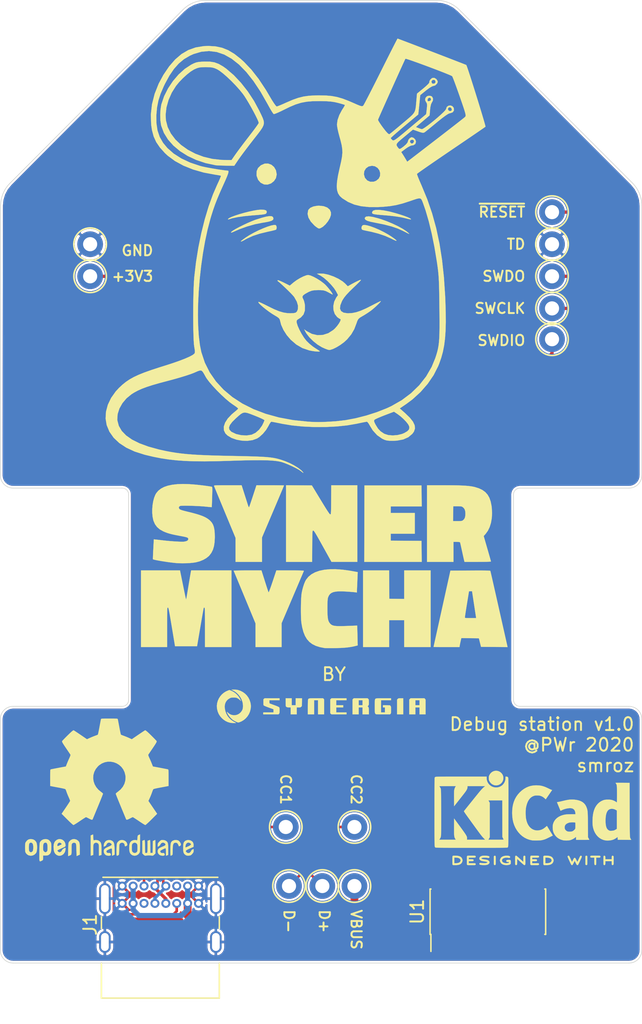
<source format=kicad_pcb>
(kicad_pcb (version 20171130) (host pcbnew 5.1.7-a382d34a8~87~ubuntu18.04.1)
  (layers (0 F.Cu signal) (31 B.Cu signal) (34 B.Paste user) (35 F.Paste user) (36 B.SilkS user) (37 F.SilkS user) (38 B.Mask user) (39 F.Mask user) (44 Edge.Cuts user))
  (net 0 "")
  (net 1 GND)
  (net 2 +3V3)
  (net 3 /D+)
  (net 4 /VBUS)
  (net 5 /CC2)
  (net 6 "Net-(J1-PadB8)")
  (net 7 /D-)
  (net 8 "Net-(J1-PadA8)")
  (net 9 /CC1)
  (net 10 /SWDCLK)
  (net 11 /SWDIO)
  (net 12 /SWDO)
  (net 13 /~RESET)
  (net 14 "Net-(U1-Pad10)")
  (net 15 "Net-(U1-Pad7)")
  (module footprints:TestPoint_Loop_D1.80mm_Drill1.0mm_Beaded (layer F.Cu) (at 34.5 192)
    (fp_text reference TP12 hide)
    (fp_text value TestPoint)
    (pad 1 thru_hole circle (at 0 0) (size 2 2) (drill 1.1) (layers *.Cu *.Mask) (net 7 /D-))
  )
  (module footprints:TestPoint_Loop_D1.80mm_Drill1.0mm_Beaded (layer F.Cu) (at 37.1 192)
    (fp_text reference TP11 hide)
    (fp_text value TestPoint)
    (pad 1 thru_hole circle (at 0 0) (size 2 2) (drill 1.1) (layers *.Cu *.Mask) (net 3 /D+))
  )
  (module footprints:TestPoint_Loop_D1.80mm_Drill1.0mm_Beaded (layer F.Cu) (at 55 139.5)
    (fp_text reference TP10 hide)
    (fp_text value TestPoint)
    (pad 1 thru_hole circle (at 0 0) (size 2 2) (drill 1.1) (layers *.Cu *.Mask) (net 13 /~RESET))
  )
  (module footprints:TestPoint_Loop_D1.80mm_Drill1.0mm_Beaded (layer F.Cu) (at 39.6 187.4)
    (fp_text reference TP9 hide)
    (fp_text value TestPoint)
    (pad 1 thru_hole circle (at 0 0) (size 2 2) (drill 1.1) (layers *.Cu *.Mask) (net 5 /CC2))
  )
  (module footprints:TestPoint_Loop_D1.80mm_Drill1.0mm_Beaded (layer F.Cu) (at 34.25 187.4)
    (fp_text reference TP8 hide)
    (fp_text value TestPoint)
    (pad 1 thru_hole circle (at 0 0) (size 2 2) (drill 1.1) (layers *.Cu *.Mask) (net 9 /CC1))
  )
  (module footprints:TestPoint_Loop_D1.80mm_Drill1.0mm_Beaded (layer F.Cu) (at 39.6 192)
    (fp_text reference TP7 hide)
    (fp_text value TestPoint)
    (pad 1 thru_hole circle (at 0 0) (size 2 2) (drill 1.1) (layers *.Cu *.Mask) (net 4 /VBUS))
  )
  (module footprints:TestPoint_Loop_D1.80mm_Drill1.0mm_Beaded (layer F.Cu) (at 19 142)
    (fp_text reference TP6 hide)
    (fp_text value TestPoint)
    (pad 1 thru_hole circle (at 0 0) (size 2 2) (drill 1.1) (layers *.Cu *.Mask) (net 1 GND))
  )
  (module footprints:TestPoint_Loop_D1.80mm_Drill1.0mm_Beaded (layer F.Cu) (at 19 144.5 270)
    (fp_text reference TP5 hide)
    (fp_text value TestPoint)
    (pad 1 thru_hole circle (at 0 0 270) (size 2 2) (drill 1.1) (layers *.Cu *.Mask) (net 2 +3V3))
  )
  (module footprints:TestPoint_Loop_D1.80mm_Drill1.0mm_Beaded (layer F.Cu) (at 55 142 270)
    (fp_text reference TP4 hide)
    (fp_text value TestPoint)
    (pad 1 thru_hole circle (at 0 0 270) (size 2 2) (drill 1.1) (layers *.Cu *.Mask) (net 1 GND))
  )
  (module footprints:TestPoint_Loop_D1.80mm_Drill1.0mm_Beaded (layer F.Cu) (at 55 144.5 270)
    (fp_text reference TP3 hide)
    (fp_text value TestPoint)
    (pad 1 thru_hole circle (at 0 0 270) (size 2 2) (drill 1.1) (layers *.Cu *.Mask) (net 12 /SWDO))
  )
  (module footprints:TestPoint_Loop_D1.80mm_Drill1.0mm_Beaded (layer F.Cu) (at 55 149.4 270)
    (fp_text reference TP2 hide)
    (fp_text value TestPoint)
    (pad 1 thru_hole circle (at 0 0 270) (size 2 2) (drill 1.1) (layers *.Cu *.Mask) (net 11 /SWDIO))
  )
  (module footprints:TestPoint_Loop_D1.80mm_Drill1.0mm_Beaded (layer F.Cu) (at 55 147 270)
    (fp_text reference TP1 hide)
    (fp_text value TestPoint)
    (pad 1 thru_hole circle (at 0 0 270) (size 2 2) (drill 1.1) (layers *.Cu *.Mask) (net 10 /SWDCLK))
  )
  (module Symbol:KiCad-Logo2_6mm_SilkScreen (layer F.Cu) (at 53.5 186)
    (fp_text reference REF** hide)
    (fp_text value KiCad-Logo2_6mm_SilkScreen hide)
  )
  (module Symbol:OSHW-Logo2_14.6x12mm_SilkScreen (layer F.Cu) (at 20.5 184.5)
    (fp_text reference REF** hide)
    (fp_text value OSHW-Logo2_14.6x12mm_SilkScreen hide)
  )
  (module graphics:SynerMycha_napis_silk_screen_45.1x17mm (layer F.Cu) (at 29 167)
    (fp_text reference G*** hide)
    (fp_text value LOGO hide)
  )
  (module graphics:SynerMycha_Synergia_silk_screen_29.7x34.0 (layer F.Cu) (at 35 143)
    (fp_text reference G*** hide)
    (fp_text value LOGO hide)
  )
  (module Connector_PinHeader_1.27mm:PinHeader_2x07_P1.27mm_Vertical_SMD (layer F.Cu) (at 50 194 90)
    (fp_text reference U1 (at 0 -5.505 90) (layer F.SilkS))
    (fp_text value STM14_SW)
    (pad 14 smd rect (at 1.95 3.81 90) (size 2.4 0.74) (layers F.Cu F.Paste F.Mask))
    (pad 13 smd rect (at -1.95 3.81 90) (size 2.4 0.74) (layers F.Cu F.Paste F.Mask))
    (pad 12 smd rect (at 1.95 2.54 90) (size 2.4 0.74) (layers F.Cu F.Paste F.Mask) (net 13 /~RESET))
    (pad 11 smd rect (at -1.95 2.54 90) (size 2.4 0.74) (layers F.Cu F.Paste F.Mask) (net 1 GND))
    (pad 10 smd rect (at 1.95 1.27 90) (size 2.4 0.74) (layers F.Cu F.Paste F.Mask) (net 14 "Net-(U1-Pad10)"))
    (pad 9 smd rect (at -1.95 1.27 90) (size 2.4 0.74) (layers F.Cu F.Paste F.Mask))
    (pad 8 smd rect (at 1.95 0 90) (size 2.4 0.74) (layers F.Cu F.Paste F.Mask) (net 12 /SWDO))
    (pad 7 smd rect (at -1.95 0 90) (size 2.4 0.74) (layers F.Cu F.Paste F.Mask) (net 15 "Net-(U1-Pad7)"))
    (pad 6 smd rect (at 1.95 -1.27 90) (size 2.4 0.74) (layers F.Cu F.Paste F.Mask) (net 10 /SWDCLK))
    (pad 5 smd rect (at -1.95 -1.27 90) (size 2.4 0.74) (layers F.Cu F.Paste F.Mask) (net 1 GND))
    (pad 4 smd rect (at 1.95 -2.54 90) (size 2.4 0.74) (layers F.Cu F.Paste F.Mask) (net 11 /SWDIO))
    (pad 3 smd rect (at -1.95 -2.54 90) (size 2.4 0.74) (layers F.Cu F.Paste F.Mask) (net 2 +3V3))
    (pad 2 smd rect (at 1.95 -3.81 90) (size 2.4 0.74) (layers F.Cu F.Paste F.Mask))
    (pad 1 smd rect (at -1.95 -3.81 90) (size 2.4 0.74) (layers F.Cu F.Paste F.Mask))
  )
  (module Connector_USB:USB_C_Receptacle_GCT_USB4085 (layer F.Cu) (at 21.5 192)
    (fp_text reference J1 (at -2.5 3 90) (layer F.SilkS))
    (fp_text value USB_C_Receptacle_USB2.0)
    (pad S1 thru_hole oval (at 7.3 4.36) (size 0.9 1.7) (drill oval 0.6 1.4) (layers *.Cu *.Mask) (net 1 GND))
    (pad S1 thru_hole oval (at -1.35 4.36) (size 0.9 1.7) (drill oval 0.6 1.4) (layers *.Cu *.Mask) (net 1 GND))
    (pad S1 thru_hole oval (at 7.3 0.98) (size 0.9 2.4) (drill oval 0.6 2.1) (layers *.Cu *.Mask) (net 1 GND))
    (pad S1 thru_hole oval (at -1.35 0.98) (size 0.9 2.4) (drill oval 0.6 2.1) (layers *.Cu *.Mask) (net 1 GND))
    (pad B6 thru_hole circle (at 3.4 1.35) (size 0.7 0.7) (drill 0.4) (layers *.Cu *.Mask) (net 3 /D+))
    (pad B1 thru_hole circle (at 5.95 1.35) (size 0.7 0.7) (drill 0.4) (layers *.Cu *.Mask) (net 1 GND))
    (pad B4 thru_hole circle (at 5.1 1.35) (size 0.7 0.7) (drill 0.4) (layers *.Cu *.Mask) (net 4 /VBUS))
    (pad B5 thru_hole circle (at 4.25 1.35) (size 0.7 0.7) (drill 0.4) (layers *.Cu *.Mask) (net 5 /CC2))
    (pad B12 thru_hole circle (at 0 1.35) (size 0.7 0.7) (drill 0.4) (layers *.Cu *.Mask) (net 1 GND))
    (pad B8 thru_hole circle (at 1.7 1.35) (size 0.7 0.7) (drill 0.4) (layers *.Cu *.Mask) (net 6 "Net-(J1-PadB8)"))
    (pad B7 thru_hole circle (at 2.55 1.35) (size 0.7 0.7) (drill 0.4) (layers *.Cu *.Mask) (net 7 /D-))
    (pad B9 thru_hole circle (at 0.85 1.35) (size 0.7 0.7) (drill 0.4) (layers *.Cu *.Mask) (net 4 /VBUS))
    (pad A12 thru_hole circle (at 5.95 0) (size 0.7 0.7) (drill 0.4) (layers *.Cu *.Mask) (net 1 GND))
    (pad A9 thru_hole circle (at 5.1 0) (size 0.7 0.7) (drill 0.4) (layers *.Cu *.Mask) (net 4 /VBUS))
    (pad A8 thru_hole circle (at 4.25 0) (size 0.7 0.7) (drill 0.4) (layers *.Cu *.Mask) (net 8 "Net-(J1-PadA8)"))
    (pad A7 thru_hole circle (at 3.4 0) (size 0.7 0.7) (drill 0.4) (layers *.Cu *.Mask) (net 7 /D-))
    (pad A6 thru_hole circle (at 2.55 0) (size 0.7 0.7) (drill 0.4) (layers *.Cu *.Mask) (net 3 /D+))
    (pad A5 thru_hole circle (at 1.7 0) (size 0.7 0.7) (drill 0.4) (layers *.Cu *.Mask) (net 9 /CC1))
    (pad A4 thru_hole circle (at 0.85 0) (size 0.7 0.7) (drill 0.4) (layers *.Cu *.Mask) (net 4 /VBUS))
    (pad A1 thru_hole circle (at 0 0) (size 0.7 0.7) (drill 0.4) (layers *.Cu *.Mask) (net 1 GND))
  )
  (module graphics:Synergia_logo_horizontal_17.8x12.6mm (layer F.Cu) (at 37 178)
    (fp_text reference G*** hide)
    (fp_text value LOGO hide)
  )
  (gr_text "Debug station v1.0\n@PWr 2020\nsmroz\n" (at 61.5 181) (layer F.SilkS) (effects (font (size 1 1)) (justify right)))
  (gr_text BY (at 38 175.5) (layer F.SilkS) (effects (font (size 1 1))))
  (gr_arc (start 13 160) (end 12 160) (angle -90) (layer Edge.Cuts) (width 0.05))
  (gr_text D- (at 34.5 193.75 270) (layer F.SilkS) (effects (font (size 0.8 0.8)) (justify left)))
  (gr_text D+ (at 37.25 193.75 270) (layer F.SilkS) (effects (font (size 0.8 0.8)) (justify left)))
  (gr_text +3V3 (at 24 144.5) (layer F.SilkS) (effects (font (size 0.8 0.8)) (justify right)))
  (gr_text GND (at 24 142.5) (layer F.SilkS) (effects (font (size 0.8 0.8)) (justify right)))
  (gr_text CC1 (at 34.238095 185.75 270) (layer F.SilkS) (effects (font (size 0.8 0.8)) (justify right)))
  (gr_text CC2 (at 39.738095 185.75 270) (layer F.SilkS) (effects (font (size 0.8 0.8)) (justify right)))
  (gr_text ~RESET (at 53 139.5) (layer F.SilkS) (effects (font (size 0.8 0.8)) (justify right)))
  (gr_text "TD\n" (at 53 142) (layer F.SilkS) (effects (font (size 0.8 0.8)) (justify right)))
  (gr_text SWDO (at 53 144.5) (layer F.SilkS) (effects (font (size 0.8 0.8)) (justify right)))
  (gr_text SWCLK (at 53 147) (layer F.SilkS) (effects (font (size 0.8 0.8)) (justify right)))
  (gr_text SWDIO (at 53 149.5) (layer F.SilkS) (effects (font (size 0.8 0.8)) (justify right)))
  (gr_text VBUS (at 39.735714 193.75 270) (layer F.SilkS) (effects (font (size 0.8 0.8)) (justify left)))
  (gr_arc (start 46 125.5) (end 47.767767 123.732233) (angle -45) (layer Edge.Cuts) (width 0.05))
  (gr_arc (start 59.5 139) (end 62 139) (angle -45) (layer Edge.Cuts) (width 0.05))
  (gr_arc (start 28 125.5) (end 28 123) (angle -45) (layer Edge.Cuts) (width 0.05))
  (gr_arc (start 14.5 139) (end 12.750001 137.250001) (angle -45) (layer Edge.Cuts) (width 0.05))
  (gr_arc (start 61 160) (end 61 161) (angle -90) (layer Edge.Cuts) (width 0.05))
  (gr_arc (start 52.5 161.5) (end 52.5 161) (angle -90) (layer Edge.Cuts) (width 0.05))
  (gr_arc (start 52.5 177.5) (end 52 177.5) (angle -90) (layer Edge.Cuts) (width 0.05))
  (gr_arc (start 61 179) (end 62 179) (angle -90) (layer Edge.Cuts) (width 0.05))
  (gr_arc (start 61 197) (end 61 198) (angle -90) (layer Edge.Cuts) (width 0.05))
  (gr_arc (start 13 197) (end 12 197) (angle -90) (layer Edge.Cuts) (width 0.05))
  (gr_arc (start 13 179) (end 13 178) (angle -90) (layer Edge.Cuts) (width 0.05))
  (gr_arc (start 21.5 177.5) (end 21.5 178) (angle -90) (layer Edge.Cuts) (width 0.05))
  (gr_arc (start 21.5 161.5) (end 22 161.5) (angle -90) (layer Edge.Cuts) (width 0.05))
  (gr_line (start 52.5 178) (end 52.5 178) (layer Edge.Cuts) (width 0.05))
  (gr_line (start 12 179) (end 12 183) (layer Edge.Cuts) (width 0.05))
  (gr_line (start 21.5 178) (end 13 178) (layer Edge.Cuts) (width 0.05))
  (gr_line (start 62 179) (end 62 183) (layer Edge.Cuts) (width 0.05))
  (gr_line (start 52.5 178) (end 61 178) (layer Edge.Cuts) (width 0.05))
  (gr_line (start 62 160) (end 62 158) (layer Edge.Cuts) (width 0.05))
  (gr_line (start 52.5 161) (end 61 161) (layer Edge.Cuts) (width 0.05))
  (gr_line (start 12 158) (end 12 160) (layer Edge.Cuts) (width 0.05))
  (gr_line (start 47.767767 123.732233) (end 61.267767 137.232233) (layer Edge.Cuts) (width 0.05))
  (gr_line (start 62 183) (end 62 197) (layer Edge.Cuts) (width 0.05))
  (gr_line (start 52 161.5) (end 52 177.5) (layer Edge.Cuts) (width 0.05))
  (gr_line (start 62 139) (end 62 158) (layer Edge.Cuts) (width 0.05))
  (gr_line (start 12 158) (end 12.025128 139) (layer Edge.Cuts) (width 0.05))
  (gr_line (start 21.5 161) (end 13 161) (layer Edge.Cuts) (width 0.05))
  (gr_line (start 22 177.5) (end 22 161.5) (layer Edge.Cuts) (width 0.05))
  (gr_line (start 12 197) (end 12 183) (layer Edge.Cuts) (width 0.05))
  (gr_line (start 61 198) (end 13 198) (layer Edge.Cuts) (width 0.05))
  (gr_line (start 28 123) (end 46 123) (layer Edge.Cuts) (width 0.05))
  (gr_line (start 12.750001 137.250001) (end 26.232233 123.732233) (layer Edge.Cuts) (width 0.05))
  (via (at 19 142) (size 0.8) (drill 0.4) (layers F.Cu B.Cu) (net 1))
  (via (at 19 144.5) (size 0.8) (drill 0.4) (layers F.Cu B.Cu) (net 2))
  (segment (start 19 144.5) (end 47.75 144.5) (width 0.254) (layer F.Cu) (net 2))
  (segment (start 47.75 144.5) (end 48.5 145.25) (width 0.254) (layer F.Cu) (net 2))
  (segment (start 48.5 145.25) (end 48.5 189.25) (width 0.254) (layer F.Cu) (net 2))
  (segment (start 48.5 189.25) (end 48 189.75) (width 0.254) (layer F.Cu) (net 2))
  (segment (start 48 189.75) (end 45.75 189.75) (width 0.254) (layer F.Cu) (net 2))
  (segment (start 45.75 189.75) (end 45.25 190.25) (width 0.254) (layer F.Cu) (net 2))
  (segment (start 45.25 190.25) (end 45.25 193.5) (width 0.254) (layer F.Cu) (net 2))
  (segment (start 45.25 193.5) (end 45.75 194) (width 0.254) (layer F.Cu) (net 2))
  (segment (start 45.75 194) (end 47.25 194) (width 0.254) (layer F.Cu) (net 2))
  (segment (start 47.46 194.21) (end 47.46 195.95) (width 0.254) (layer F.Cu) (net 2))
  (segment (start 47.25 194) (end 47.46 194.21) (width 0.254) (layer F.Cu) (net 2))
  (segment (start 24.9 193.35) (end 24.9 193) (width 0.254) (layer F.Cu) (net 3))
  (segment (start 24.05 192.15) (end 24.05 192) (width 0.254) (layer F.Cu) (net 3))
  (segment (start 24.9 193) (end 24.05 192.15) (width 0.254) (layer F.Cu) (net 3))
  (segment (start 36.025 190.925) (end 37.1 192) (width 0.2) (layer F.Cu) (net 3))
  (segment (start 36.025 190.3068) (end 36.025 190.925) (width 0.2) (layer F.Cu) (net 3))
  (segment (start 35.3932 189.675) (end 36.025 190.3068) (width 0.2) (layer F.Cu) (net 3))
  (segment (start 25.2068 189.675) (end 35.3932 189.675) (width 0.2) (layer F.Cu) (net 3))
  (segment (start 24.25 191.8) (end 24.25 190.6318) (width 0.2) (layer F.Cu) (net 3))
  (segment (start 24.05 192) (end 24.25 191.8) (width 0.2) (layer F.Cu) (net 3))
  (segment (start 24.25 190.6318) (end 25.2068 189.675) (width 0.2) (layer F.Cu) (net 3))
  (segment (start 39.1 191.5) (end 39.6 192) (width 0.4064) (layer B.Cu) (net 4))
  (segment (start 22.35 192) (end 22.35 193.35) (width 0.4064) (layer B.Cu) (net 4))
  (segment (start 26.6 192) (end 26.6 193.35) (width 0.4064) (layer B.Cu) (net 4))
  (segment (start 22.35 193.35) (end 22.35 193.85) (width 0.4064) (layer B.Cu) (net 4))
  (segment (start 22.35 193.85) (end 22.8 194.3) (width 0.4064) (layer B.Cu) (net 4))
  (segment (start 26.6 193.833088) (end 26.6 193.35) (width 0.4064) (layer B.Cu) (net 4))
  (segment (start 26.133088 194.3) (end 26.6 193.833088) (width 0.4064) (layer B.Cu) (net 4))
  (segment (start 22.8 194.3) (end 26.133088 194.3) (width 0.4064) (layer B.Cu) (net 4))
  (segment (start 26.6 194.3) (end 27.2 194.9) (width 0.6096) (layer F.Cu) (net 4))
  (segment (start 26.6 193.35) (end 26.6 194.3) (width 0.6096) (layer F.Cu) (net 4))
  (segment (start 39.2 194.9) (end 39.6 194.5) (width 0.6096) (layer F.Cu) (net 4))
  (segment (start 27.2 194.9) (end 39.2 194.9) (width 0.6096) (layer F.Cu) (net 4))
  (segment (start 39.6 192) (end 39.6 194.5) (width 0.6096) (layer F.Cu) (net 4))
  (segment (start 39.05 187.75) (end 39.6 187.2) (width 0.1524) (layer B.Cu) (net 5))
  (segment (start 25.5 194.2) (end 25.75 193.95) (width 0.2032) (layer F.Cu) (net 5))
  (segment (start 21 194.2) (end 25.5 194.2) (width 0.2032) (layer F.Cu) (net 5))
  (segment (start 20.85401 194.05401) (end 21 194.2) (width 0.2032) (layer F.Cu) (net 5))
  (segment (start 20.85401 187.24599) (end 20.85401 194.05401) (width 0.2032) (layer F.Cu) (net 5))
  (segment (start 32.48101 187.01899) (end 21.08101 187.01899) (width 0.2032) (layer F.Cu) (net 5))
  (segment (start 25.75 193.95) (end 25.75 193.35) (width 0.2032) (layer F.Cu) (net 5))
  (segment (start 36.308002 187.4) (end 35.054001 186.145999) (width 0.2032) (layer F.Cu) (net 5))
  (segment (start 39.6 187.4) (end 36.308002 187.4) (width 0.2032) (layer F.Cu) (net 5))
  (segment (start 35.045999 186.145999) (end 34.8 185.9) (width 0.2032) (layer F.Cu) (net 5))
  (segment (start 35.054001 186.145999) (end 35.045999 186.145999) (width 0.2032) (layer F.Cu) (net 5))
  (segment (start 21.08101 187.01899) (end 20.85401 187.24599) (width 0.2032) (layer F.Cu) (net 5))
  (segment (start 34.8 185.9) (end 33.6 185.9) (width 0.2032) (layer F.Cu) (net 5))
  (segment (start 33.6 185.9) (end 32.48101 187.01899) (width 0.2032) (layer F.Cu) (net 5))
  (segment (start 24.9 192.081514) (end 24.9 192) (width 0.254) (layer B.Cu) (net 7))
  (segment (start 24.05 192.931514) (end 24.9 192.081514) (width 0.254) (layer B.Cu) (net 7))
  (segment (start 24.05 193.35) (end 24.05 192.931514) (width 0.254) (layer B.Cu) (net 7))
  (segment (start 35.575 190.925) (end 34.5 192) (width 0.2) (layer F.Cu) (net 7))
  (segment (start 35.575 190.4932) (end 35.575 190.925) (width 0.2) (layer F.Cu) (net 7))
  (segment (start 30.682521 190.891756) (end 30.704709 190.955165) (width 0.2) (layer F.Cu) (net 7))
  (segment (start 30.74045 191.012046) (end 30.787953 191.059549) (width 0.2) (layer F.Cu) (net 7))
  (segment (start 31.275 190.825) (end 31.275 190.425) (width 0.2) (layer F.Cu) (net 7))
  (segment (start 30.704709 190.955165) (end 30.74045 191.012046) (width 0.2) (layer F.Cu) (net 7))
  (segment (start 30.441756 190.132521) (end 30.505165 190.154709) (width 0.2) (layer F.Cu) (net 7))
  (segment (start 30.675 190.825) (end 30.682521 190.891756) (width 0.2) (layer F.Cu) (net 7))
  (segment (start 31.444834 190.154709) (end 31.508243 190.132521) (width 0.2) (layer F.Cu) (net 7))
  (segment (start 31.508243 190.132521) (end 31.575 190.125) (width 0.2) (layer F.Cu) (net 7))
  (segment (start 31.105165 191.09529) (end 31.162046 191.059549) (width 0.2) (layer F.Cu) (net 7))
  (segment (start 30.64529 190.294834) (end 30.667478 190.358243) (width 0.2) (layer F.Cu) (net 7))
  (segment (start 31.282521 190.358243) (end 31.304709 190.294834) (width 0.2) (layer F.Cu) (net 7))
  (segment (start 30.609549 190.237953) (end 30.64529 190.294834) (width 0.2) (layer F.Cu) (net 7))
  (segment (start 30.908243 191.117478) (end 30.975 191.125) (width 0.2) (layer F.Cu) (net 7))
  (segment (start 31.34045 190.237953) (end 31.387953 190.19045) (width 0.2) (layer F.Cu) (net 7))
  (segment (start 30.975 191.125) (end 31.041756 191.117478) (width 0.2) (layer F.Cu) (net 7))
  (segment (start 31.041756 191.117478) (end 31.105165 191.09529) (width 0.2) (layer F.Cu) (net 7))
  (segment (start 31.209549 191.012046) (end 31.24529 190.955165) (width 0.2) (layer F.Cu) (net 7))
  (segment (start 31.267478 190.891756) (end 31.275 190.825) (width 0.2) (layer F.Cu) (net 7))
  (segment (start 30.505165 190.154709) (end 30.562046 190.19045) (width 0.2) (layer F.Cu) (net 7))
  (segment (start 24.9 192) (end 24.7 191.8) (width 0.2) (layer F.Cu) (net 7))
  (segment (start 24.7 190.8182) (end 25.3932 190.125) (width 0.2) (layer F.Cu) (net 7))
  (segment (start 30.562046 190.19045) (end 30.609549 190.237953) (width 0.2) (layer F.Cu) (net 7))
  (segment (start 30.667478 190.358243) (end 30.675 190.425) (width 0.2) (layer F.Cu) (net 7))
  (segment (start 25.3932 190.125) (end 30.375 190.125) (width 0.2) (layer F.Cu) (net 7))
  (segment (start 30.787953 191.059549) (end 30.844834 191.09529) (width 0.2) (layer F.Cu) (net 7))
  (segment (start 31.275 190.425) (end 31.282521 190.358243) (width 0.2) (layer F.Cu) (net 7))
  (segment (start 30.844834 191.09529) (end 30.908243 191.117478) (width 0.2) (layer F.Cu) (net 7))
  (segment (start 30.675 190.425) (end 30.675 190.825) (width 0.2) (layer F.Cu) (net 7))
  (segment (start 31.162046 191.059549) (end 31.209549 191.012046) (width 0.2) (layer F.Cu) (net 7))
  (segment (start 31.24529 190.955165) (end 31.267478 190.891756) (width 0.2) (layer F.Cu) (net 7))
  (segment (start 31.304709 190.294834) (end 31.34045 190.237953) (width 0.2) (layer F.Cu) (net 7))
  (segment (start 31.387953 190.19045) (end 31.444834 190.154709) (width 0.2) (layer F.Cu) (net 7))
  (segment (start 24.7 191.8) (end 24.7 190.8182) (width 0.2) (layer F.Cu) (net 7))
  (segment (start 31.575 190.125) (end 35.2068 190.125) (width 0.2) (layer F.Cu) (net 7))
  (segment (start 30.375 190.125) (end 30.441756 190.132521) (width 0.2) (layer F.Cu) (net 7))
  (segment (start 35.2068 190.125) (end 35.575 190.4932) (width 0.2) (layer F.Cu) (net 7))
  (segment (start 24.35 187.4) (end 23.4 187.4) (width 0.2032) (layer F.Cu) (net 9))
  (segment (start 34.25 187.4) (end 23.4 187.4) (width 0.2032) (layer F.Cu) (net 9))
  (segment (start 23.2 187.6) (end 23.4 187.4) (width 0.2032) (layer F.Cu) (net 9))
  (segment (start 23.2 192) (end 23.2 187.6) (width 0.2032) (layer F.Cu) (net 9))
  (segment (start 56.5 151.5) (end 57 151) (width 0.254) (layer F.Cu) (net 10))
  (segment (start 57 151) (end 57 147.5) (width 0.254) (layer F.Cu) (net 10))
  (segment (start 56.5 147) (end 55 147) (width 0.254) (layer F.Cu) (net 10))
  (segment (start 57 147.5) (end 56.5 147) (width 0.254) (layer F.Cu) (net 10))
  (segment (start 50.331659 151.593591) (end 49.5 152.42525) (width 0.254) (layer F.Cu) (net 10))
  (segment (start 51 151.5) (end 56.5 151.5) (width 0.254) (layer F.Cu) (net 10))
  (segment (start 50.42525 151.5) (end 50.5 151.5) (width 0.254) (layer F.Cu) (net 10))
  (segment (start 49.5 152.42525) (end 50.42525 151.5) (width 0.254) (layer F.Cu) (net 10))
  (segment (start 49.5 153) (end 49.5 152.42525) (width 0.254) (layer F.Cu) (net 10))
  (segment (start 50.5 151.5) (end 51 151.5) (width 0.254) (layer F.Cu) (net 10))
  (segment (start 49.5 153.5) (end 49.5 153.75) (width 0.254) (layer F.Cu) (net 10))
  (segment (start 49.5 153) (end 49.5 153.5) (width 0.254) (layer F.Cu) (net 10))
  (segment (start 48.73 190.77) (end 48.73 192.05) (width 0.254) (layer F.Cu) (net 10))
  (segment (start 49.5 153.5) (end 49.5 190) (width 0.254) (layer F.Cu) (net 10))
  (segment (start 49.5 190) (end 48.73 190.77) (width 0.254) (layer F.Cu) (net 10))
  (segment (start 50 151) (end 54.5 151) (width 0.254) (layer F.Cu) (net 11))
  (segment (start 47.46 192.05) (end 47.46 190.54) (width 0.254) (layer F.Cu) (net 11))
  (segment (start 47.75 190.25) (end 48.5 190.25) (width 0.254) (layer F.Cu) (net 11))
  (segment (start 48.5 190.25) (end 49 189.75) (width 0.254) (layer F.Cu) (net 11))
  (segment (start 49 189.75) (end 49 152) (width 0.254) (layer F.Cu) (net 11))
  (segment (start 55 150.5) (end 55 149.4) (width 0.254) (layer F.Cu) (net 11))
  (segment (start 54.5 151) (end 55 150.5) (width 0.254) (layer F.Cu) (net 11))
  (segment (start 47.46 190.54) (end 47.75 190.25) (width 0.254) (layer F.Cu) (net 11))
  (segment (start 49 152) (end 50 151) (width 0.254) (layer F.Cu) (net 11))
  (segment (start 50 152.75) (end 50 192.05) (width 0.254) (layer F.Cu) (net 12))
  (segment (start 55 144.5) (end 57 144.5) (width 0.254) (layer F.Cu) (net 12))
  (segment (start 57 144.5) (end 57.5 145) (width 0.254) (layer F.Cu) (net 12))
  (segment (start 57 152) (end 50.75 152) (width 0.254) (layer F.Cu) (net 12))
  (segment (start 57.5 145) (end 57.5 151.5) (width 0.254) (layer F.Cu) (net 12))
  (segment (start 50.75 152) (end 50 152.75) (width 0.254) (layer F.Cu) (net 12))
  (segment (start 57.5 151.5) (end 57 152) (width 0.254) (layer F.Cu) (net 12))
  (segment (start 57.5 139.5) (end 55 139.5) (width 0.254) (layer F.Cu) (net 13))
  (segment (start 57.90641 139.90641) (end 57.5 139.5) (width 0.254) (layer F.Cu) (net 13))
  (segment (start 57.90641 151.84359) (end 57.90641 139.90641) (width 0.254) (layer F.Cu) (net 13))
  (segment (start 52.54 192.05) (end 52.54 190.596) (width 0.254) (layer F.Cu) (net 13))
  (segment (start 52.222 190.278) (end 51.028 190.278) (width 0.254) (layer F.Cu) (net 13))
  (segment (start 57.25 152.5) (end 57.90641 151.84359) (width 0.254) (layer F.Cu) (net 13))
  (segment (start 51.028 190.278) (end 50.5 189.75) (width 0.254) (layer F.Cu) (net 13))
  (segment (start 51 152.5) (end 57.25 152.5) (width 0.254) (layer F.Cu) (net 13))
  (segment (start 52.54 190.596) (end 52.222 190.278) (width 0.254) (layer F.Cu) (net 13))
  (segment (start 50.5 153) (end 51 152.5) (width 0.254) (layer F.Cu) (net 13))
  (segment (start 50.5 189.75) (end 50.5 153) (width 0.254) (layer F.Cu) (net 13))
  (zone (net 1) (net_name GND) (layer F.Cu) (connect_pads thru_hole_only (clearance 0.1524)) (min_thickness 0.1524) (fill yes (arc_segments 32) (thermal_gap 0.2032) (thermal_bridge_width 0.2032))
    (polygon (pts (xy 62 138) (xy 62 161) (xy 52 161) (xy 52 178) (xy 62 178) (xy 62 198) (xy 12 198) (xy 12 178) (xy 22 178) (xy 22 161) (xy 12 161) (xy 12 138) (xy 27 123) (xy 47 123)))
  )
  (zone (net 1) (net_name GND) (layer B.Cu) (connect_pads thru_hole_only (clearance 0.1524)) (min_thickness 0.1524) (fill yes (arc_segments 32) (thermal_gap 0.2032) (thermal_bridge_width 0.2032) (smoothing fillet) (radius 0.254))
    (polygon (pts (xy 62 138) (xy 62 161) (xy 52 161) (xy 52 178) (xy 62 178) (xy 62 198) (xy 12 198) (xy 12 178) (xy 22 178) (xy 22 161) (xy 12 161) (xy 12 138) (xy 27 123) (xy 47 123)))
  )
)
</source>
